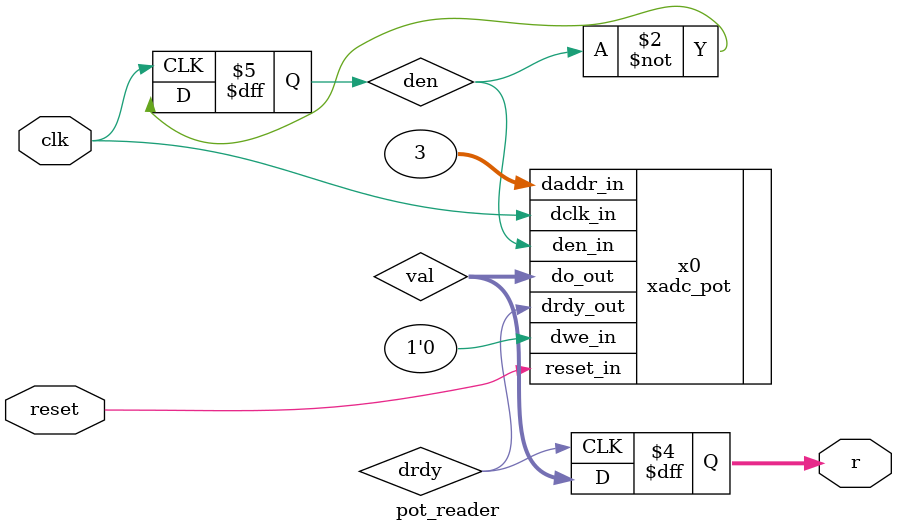
<source format=v>
`timescale 1ns / 1ps

module pot_reader(
    input clk, reset,
    output reg [15:0] r
    );
    wire drdy;
    wire [15:0] val;
    reg den;
     xadc_pot x0(
          .daddr_in('h03),            // Address bus for the dynamic reconfiguration port
          .dclk_in(clk),             // Clock input for the dynamic reconfiguration port
          .den_in(den),              // Enable Signal for the dynamic reconfiguration port
          .dwe_in(1'b0),              // Write Enable for the dynamic reconfiguration port
          .reset_in(reset),            // Reset signal for the System Monitor control logic
          .do_out(val),              // Output data bus for dynamic reconfiguration port
          .drdy_out(drdy)            // Data ready signal for the dynamic reconfiguration port
           );
        
     always @(posedge clk) begin
        den <= ~den;
     end
     always @(posedge drdy) begin
        r <= val;
     end
    
endmodule

</source>
